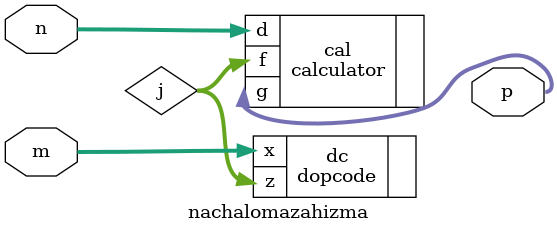
<source format=v>
module nachalomazahizma (output [3:0]p, input [3:0]n, input [3:0]m);

wire [3:0]j;

dopcode dc (.z(j),.x(m));
calculator cal (.g(p),.d(n),.f(j));

endmodule

</source>
